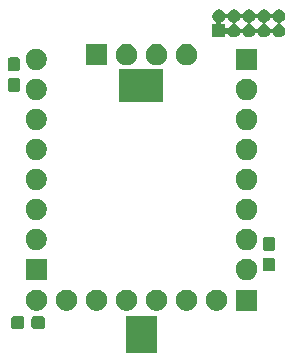
<source format=gbs>
G04 #@! TF.GenerationSoftware,KiCad,Pcbnew,(5.1.5-0-10_14)*
G04 #@! TF.CreationDate,2020-04-26T19:30:02+09:00*
G04 #@! TF.ProjectId,TriCon,54726943-6f6e-42e6-9b69-6361645f7063,1.0*
G04 #@! TF.SameCoordinates,Original*
G04 #@! TF.FileFunction,Soldermask,Bot*
G04 #@! TF.FilePolarity,Negative*
%FSLAX46Y46*%
G04 Gerber Fmt 4.6, Leading zero omitted, Abs format (unit mm)*
G04 Created by KiCad (PCBNEW (5.1.5-0-10_14)) date 2020-04-26 19:30:02*
%MOMM*%
%LPD*%
G04 APERTURE LIST*
%ADD10C,0.100000*%
G04 APERTURE END LIST*
D10*
G36*
X151201000Y-113351000D02*
G01*
X148599000Y-113351000D01*
X148599000Y-110249000D01*
X151201000Y-110249000D01*
X151201000Y-113351000D01*
G37*
G36*
X139839499Y-110278445D02*
G01*
X139876995Y-110289820D01*
X139911554Y-110308292D01*
X139941847Y-110333153D01*
X139966708Y-110363446D01*
X139985180Y-110398005D01*
X139996555Y-110435501D01*
X140001000Y-110480638D01*
X140001000Y-111119362D01*
X139996555Y-111164499D01*
X139985180Y-111201995D01*
X139966708Y-111236554D01*
X139941847Y-111266847D01*
X139911554Y-111291708D01*
X139876995Y-111310180D01*
X139839499Y-111321555D01*
X139794362Y-111326000D01*
X139055638Y-111326000D01*
X139010501Y-111321555D01*
X138973005Y-111310180D01*
X138938446Y-111291708D01*
X138908153Y-111266847D01*
X138883292Y-111236554D01*
X138864820Y-111201995D01*
X138853445Y-111164499D01*
X138849000Y-111119362D01*
X138849000Y-110480638D01*
X138853445Y-110435501D01*
X138864820Y-110398005D01*
X138883292Y-110363446D01*
X138908153Y-110333153D01*
X138938446Y-110308292D01*
X138973005Y-110289820D01*
X139010501Y-110278445D01*
X139055638Y-110274000D01*
X139794362Y-110274000D01*
X139839499Y-110278445D01*
G37*
G36*
X141589499Y-110278445D02*
G01*
X141626995Y-110289820D01*
X141661554Y-110308292D01*
X141691847Y-110333153D01*
X141716708Y-110363446D01*
X141735180Y-110398005D01*
X141746555Y-110435501D01*
X141751000Y-110480638D01*
X141751000Y-111119362D01*
X141746555Y-111164499D01*
X141735180Y-111201995D01*
X141716708Y-111236554D01*
X141691847Y-111266847D01*
X141661554Y-111291708D01*
X141626995Y-111310180D01*
X141589499Y-111321555D01*
X141544362Y-111326000D01*
X140805638Y-111326000D01*
X140760501Y-111321555D01*
X140723005Y-111310180D01*
X140688446Y-111291708D01*
X140658153Y-111266847D01*
X140633292Y-111236554D01*
X140614820Y-111201995D01*
X140603445Y-111164499D01*
X140599000Y-111119362D01*
X140599000Y-110480638D01*
X140603445Y-110435501D01*
X140614820Y-110398005D01*
X140633292Y-110363446D01*
X140658153Y-110333153D01*
X140688446Y-110308292D01*
X140723005Y-110289820D01*
X140760501Y-110278445D01*
X140805638Y-110274000D01*
X141544362Y-110274000D01*
X141589499Y-110278445D01*
G37*
G36*
X151293512Y-108003927D02*
G01*
X151442812Y-108033624D01*
X151606784Y-108101544D01*
X151754354Y-108200147D01*
X151879853Y-108325646D01*
X151978456Y-108473216D01*
X152046376Y-108637188D01*
X152081000Y-108811259D01*
X152081000Y-108988741D01*
X152046376Y-109162812D01*
X151978456Y-109326784D01*
X151879853Y-109474354D01*
X151754354Y-109599853D01*
X151606784Y-109698456D01*
X151442812Y-109766376D01*
X151293512Y-109796073D01*
X151268742Y-109801000D01*
X151091258Y-109801000D01*
X151066488Y-109796073D01*
X150917188Y-109766376D01*
X150753216Y-109698456D01*
X150605646Y-109599853D01*
X150480147Y-109474354D01*
X150381544Y-109326784D01*
X150313624Y-109162812D01*
X150279000Y-108988741D01*
X150279000Y-108811259D01*
X150313624Y-108637188D01*
X150381544Y-108473216D01*
X150480147Y-108325646D01*
X150605646Y-108200147D01*
X150753216Y-108101544D01*
X150917188Y-108033624D01*
X151066488Y-108003927D01*
X151091258Y-107999000D01*
X151268742Y-107999000D01*
X151293512Y-108003927D01*
G37*
G36*
X148753512Y-108003927D02*
G01*
X148902812Y-108033624D01*
X149066784Y-108101544D01*
X149214354Y-108200147D01*
X149339853Y-108325646D01*
X149438456Y-108473216D01*
X149506376Y-108637188D01*
X149541000Y-108811259D01*
X149541000Y-108988741D01*
X149506376Y-109162812D01*
X149438456Y-109326784D01*
X149339853Y-109474354D01*
X149214354Y-109599853D01*
X149066784Y-109698456D01*
X148902812Y-109766376D01*
X148753512Y-109796073D01*
X148728742Y-109801000D01*
X148551258Y-109801000D01*
X148526488Y-109796073D01*
X148377188Y-109766376D01*
X148213216Y-109698456D01*
X148065646Y-109599853D01*
X147940147Y-109474354D01*
X147841544Y-109326784D01*
X147773624Y-109162812D01*
X147739000Y-108988741D01*
X147739000Y-108811259D01*
X147773624Y-108637188D01*
X147841544Y-108473216D01*
X147940147Y-108325646D01*
X148065646Y-108200147D01*
X148213216Y-108101544D01*
X148377188Y-108033624D01*
X148526488Y-108003927D01*
X148551258Y-107999000D01*
X148728742Y-107999000D01*
X148753512Y-108003927D01*
G37*
G36*
X146213512Y-108003927D02*
G01*
X146362812Y-108033624D01*
X146526784Y-108101544D01*
X146674354Y-108200147D01*
X146799853Y-108325646D01*
X146898456Y-108473216D01*
X146966376Y-108637188D01*
X147001000Y-108811259D01*
X147001000Y-108988741D01*
X146966376Y-109162812D01*
X146898456Y-109326784D01*
X146799853Y-109474354D01*
X146674354Y-109599853D01*
X146526784Y-109698456D01*
X146362812Y-109766376D01*
X146213512Y-109796073D01*
X146188742Y-109801000D01*
X146011258Y-109801000D01*
X145986488Y-109796073D01*
X145837188Y-109766376D01*
X145673216Y-109698456D01*
X145525646Y-109599853D01*
X145400147Y-109474354D01*
X145301544Y-109326784D01*
X145233624Y-109162812D01*
X145199000Y-108988741D01*
X145199000Y-108811259D01*
X145233624Y-108637188D01*
X145301544Y-108473216D01*
X145400147Y-108325646D01*
X145525646Y-108200147D01*
X145673216Y-108101544D01*
X145837188Y-108033624D01*
X145986488Y-108003927D01*
X146011258Y-107999000D01*
X146188742Y-107999000D01*
X146213512Y-108003927D01*
G37*
G36*
X143673512Y-108003927D02*
G01*
X143822812Y-108033624D01*
X143986784Y-108101544D01*
X144134354Y-108200147D01*
X144259853Y-108325646D01*
X144358456Y-108473216D01*
X144426376Y-108637188D01*
X144461000Y-108811259D01*
X144461000Y-108988741D01*
X144426376Y-109162812D01*
X144358456Y-109326784D01*
X144259853Y-109474354D01*
X144134354Y-109599853D01*
X143986784Y-109698456D01*
X143822812Y-109766376D01*
X143673512Y-109796073D01*
X143648742Y-109801000D01*
X143471258Y-109801000D01*
X143446488Y-109796073D01*
X143297188Y-109766376D01*
X143133216Y-109698456D01*
X142985646Y-109599853D01*
X142860147Y-109474354D01*
X142761544Y-109326784D01*
X142693624Y-109162812D01*
X142659000Y-108988741D01*
X142659000Y-108811259D01*
X142693624Y-108637188D01*
X142761544Y-108473216D01*
X142860147Y-108325646D01*
X142985646Y-108200147D01*
X143133216Y-108101544D01*
X143297188Y-108033624D01*
X143446488Y-108003927D01*
X143471258Y-107999000D01*
X143648742Y-107999000D01*
X143673512Y-108003927D01*
G37*
G36*
X141133512Y-108003927D02*
G01*
X141282812Y-108033624D01*
X141446784Y-108101544D01*
X141594354Y-108200147D01*
X141719853Y-108325646D01*
X141818456Y-108473216D01*
X141886376Y-108637188D01*
X141921000Y-108811259D01*
X141921000Y-108988741D01*
X141886376Y-109162812D01*
X141818456Y-109326784D01*
X141719853Y-109474354D01*
X141594354Y-109599853D01*
X141446784Y-109698456D01*
X141282812Y-109766376D01*
X141133512Y-109796073D01*
X141108742Y-109801000D01*
X140931258Y-109801000D01*
X140906488Y-109796073D01*
X140757188Y-109766376D01*
X140593216Y-109698456D01*
X140445646Y-109599853D01*
X140320147Y-109474354D01*
X140221544Y-109326784D01*
X140153624Y-109162812D01*
X140119000Y-108988741D01*
X140119000Y-108811259D01*
X140153624Y-108637188D01*
X140221544Y-108473216D01*
X140320147Y-108325646D01*
X140445646Y-108200147D01*
X140593216Y-108101544D01*
X140757188Y-108033624D01*
X140906488Y-108003927D01*
X140931258Y-107999000D01*
X141108742Y-107999000D01*
X141133512Y-108003927D01*
G37*
G36*
X156373512Y-108003927D02*
G01*
X156522812Y-108033624D01*
X156686784Y-108101544D01*
X156834354Y-108200147D01*
X156959853Y-108325646D01*
X157058456Y-108473216D01*
X157126376Y-108637188D01*
X157161000Y-108811259D01*
X157161000Y-108988741D01*
X157126376Y-109162812D01*
X157058456Y-109326784D01*
X156959853Y-109474354D01*
X156834354Y-109599853D01*
X156686784Y-109698456D01*
X156522812Y-109766376D01*
X156373512Y-109796073D01*
X156348742Y-109801000D01*
X156171258Y-109801000D01*
X156146488Y-109796073D01*
X155997188Y-109766376D01*
X155833216Y-109698456D01*
X155685646Y-109599853D01*
X155560147Y-109474354D01*
X155461544Y-109326784D01*
X155393624Y-109162812D01*
X155359000Y-108988741D01*
X155359000Y-108811259D01*
X155393624Y-108637188D01*
X155461544Y-108473216D01*
X155560147Y-108325646D01*
X155685646Y-108200147D01*
X155833216Y-108101544D01*
X155997188Y-108033624D01*
X156146488Y-108003927D01*
X156171258Y-107999000D01*
X156348742Y-107999000D01*
X156373512Y-108003927D01*
G37*
G36*
X153833512Y-108003927D02*
G01*
X153982812Y-108033624D01*
X154146784Y-108101544D01*
X154294354Y-108200147D01*
X154419853Y-108325646D01*
X154518456Y-108473216D01*
X154586376Y-108637188D01*
X154621000Y-108811259D01*
X154621000Y-108988741D01*
X154586376Y-109162812D01*
X154518456Y-109326784D01*
X154419853Y-109474354D01*
X154294354Y-109599853D01*
X154146784Y-109698456D01*
X153982812Y-109766376D01*
X153833512Y-109796073D01*
X153808742Y-109801000D01*
X153631258Y-109801000D01*
X153606488Y-109796073D01*
X153457188Y-109766376D01*
X153293216Y-109698456D01*
X153145646Y-109599853D01*
X153020147Y-109474354D01*
X152921544Y-109326784D01*
X152853624Y-109162812D01*
X152819000Y-108988741D01*
X152819000Y-108811259D01*
X152853624Y-108637188D01*
X152921544Y-108473216D01*
X153020147Y-108325646D01*
X153145646Y-108200147D01*
X153293216Y-108101544D01*
X153457188Y-108033624D01*
X153606488Y-108003927D01*
X153631258Y-107999000D01*
X153808742Y-107999000D01*
X153833512Y-108003927D01*
G37*
G36*
X159701000Y-109801000D02*
G01*
X157899000Y-109801000D01*
X157899000Y-107999000D01*
X159701000Y-107999000D01*
X159701000Y-109801000D01*
G37*
G36*
X158913512Y-105383927D02*
G01*
X159062812Y-105413624D01*
X159226784Y-105481544D01*
X159374354Y-105580147D01*
X159499853Y-105705646D01*
X159598456Y-105853216D01*
X159666376Y-106017188D01*
X159701000Y-106191259D01*
X159701000Y-106368741D01*
X159666376Y-106542812D01*
X159598456Y-106706784D01*
X159499853Y-106854354D01*
X159374354Y-106979853D01*
X159226784Y-107078456D01*
X159062812Y-107146376D01*
X158913512Y-107176073D01*
X158888742Y-107181000D01*
X158711258Y-107181000D01*
X158686488Y-107176073D01*
X158537188Y-107146376D01*
X158373216Y-107078456D01*
X158225646Y-106979853D01*
X158100147Y-106854354D01*
X158001544Y-106706784D01*
X157933624Y-106542812D01*
X157899000Y-106368741D01*
X157899000Y-106191259D01*
X157933624Y-106017188D01*
X158001544Y-105853216D01*
X158100147Y-105705646D01*
X158225646Y-105580147D01*
X158373216Y-105481544D01*
X158537188Y-105413624D01*
X158686488Y-105383927D01*
X158711258Y-105379000D01*
X158888742Y-105379000D01*
X158913512Y-105383927D01*
G37*
G36*
X141901000Y-107181000D02*
G01*
X140099000Y-107181000D01*
X140099000Y-105379000D01*
X141901000Y-105379000D01*
X141901000Y-107181000D01*
G37*
G36*
X161064499Y-105303445D02*
G01*
X161101995Y-105314820D01*
X161136554Y-105333292D01*
X161166847Y-105358153D01*
X161191708Y-105388446D01*
X161210180Y-105423005D01*
X161221555Y-105460501D01*
X161226000Y-105505638D01*
X161226000Y-106244362D01*
X161221555Y-106289499D01*
X161210180Y-106326995D01*
X161191708Y-106361554D01*
X161166847Y-106391847D01*
X161136554Y-106416708D01*
X161101995Y-106435180D01*
X161064499Y-106446555D01*
X161019362Y-106451000D01*
X160380638Y-106451000D01*
X160335501Y-106446555D01*
X160298005Y-106435180D01*
X160263446Y-106416708D01*
X160233153Y-106391847D01*
X160208292Y-106361554D01*
X160189820Y-106326995D01*
X160178445Y-106289499D01*
X160174000Y-106244362D01*
X160174000Y-105505638D01*
X160178445Y-105460501D01*
X160189820Y-105423005D01*
X160208292Y-105388446D01*
X160233153Y-105358153D01*
X160263446Y-105333292D01*
X160298005Y-105314820D01*
X160335501Y-105303445D01*
X160380638Y-105299000D01*
X161019362Y-105299000D01*
X161064499Y-105303445D01*
G37*
G36*
X161064499Y-103553445D02*
G01*
X161101995Y-103564820D01*
X161136554Y-103583292D01*
X161166847Y-103608153D01*
X161191708Y-103638446D01*
X161210180Y-103673005D01*
X161221555Y-103710501D01*
X161226000Y-103755638D01*
X161226000Y-104494362D01*
X161221555Y-104539499D01*
X161210180Y-104576995D01*
X161191708Y-104611554D01*
X161166847Y-104641847D01*
X161136554Y-104666708D01*
X161101995Y-104685180D01*
X161064499Y-104696555D01*
X161019362Y-104701000D01*
X160380638Y-104701000D01*
X160335501Y-104696555D01*
X160298005Y-104685180D01*
X160263446Y-104666708D01*
X160233153Y-104641847D01*
X160208292Y-104611554D01*
X160189820Y-104576995D01*
X160178445Y-104539499D01*
X160174000Y-104494362D01*
X160174000Y-103755638D01*
X160178445Y-103710501D01*
X160189820Y-103673005D01*
X160208292Y-103638446D01*
X160233153Y-103608153D01*
X160263446Y-103583292D01*
X160298005Y-103564820D01*
X160335501Y-103553445D01*
X160380638Y-103549000D01*
X161019362Y-103549000D01*
X161064499Y-103553445D01*
G37*
G36*
X158913512Y-102843927D02*
G01*
X159062812Y-102873624D01*
X159226784Y-102941544D01*
X159374354Y-103040147D01*
X159499853Y-103165646D01*
X159598456Y-103313216D01*
X159666376Y-103477188D01*
X159701000Y-103651259D01*
X159701000Y-103828741D01*
X159666376Y-104002812D01*
X159598456Y-104166784D01*
X159499853Y-104314354D01*
X159374354Y-104439853D01*
X159226784Y-104538456D01*
X159062812Y-104606376D01*
X158913512Y-104636073D01*
X158888742Y-104641000D01*
X158711258Y-104641000D01*
X158686488Y-104636073D01*
X158537188Y-104606376D01*
X158373216Y-104538456D01*
X158225646Y-104439853D01*
X158100147Y-104314354D01*
X158001544Y-104166784D01*
X157933624Y-104002812D01*
X157899000Y-103828741D01*
X157899000Y-103651259D01*
X157933624Y-103477188D01*
X158001544Y-103313216D01*
X158100147Y-103165646D01*
X158225646Y-103040147D01*
X158373216Y-102941544D01*
X158537188Y-102873624D01*
X158686488Y-102843927D01*
X158711258Y-102839000D01*
X158888742Y-102839000D01*
X158913512Y-102843927D01*
G37*
G36*
X141113512Y-102843927D02*
G01*
X141262812Y-102873624D01*
X141426784Y-102941544D01*
X141574354Y-103040147D01*
X141699853Y-103165646D01*
X141798456Y-103313216D01*
X141866376Y-103477188D01*
X141901000Y-103651259D01*
X141901000Y-103828741D01*
X141866376Y-104002812D01*
X141798456Y-104166784D01*
X141699853Y-104314354D01*
X141574354Y-104439853D01*
X141426784Y-104538456D01*
X141262812Y-104606376D01*
X141113512Y-104636073D01*
X141088742Y-104641000D01*
X140911258Y-104641000D01*
X140886488Y-104636073D01*
X140737188Y-104606376D01*
X140573216Y-104538456D01*
X140425646Y-104439853D01*
X140300147Y-104314354D01*
X140201544Y-104166784D01*
X140133624Y-104002812D01*
X140099000Y-103828741D01*
X140099000Y-103651259D01*
X140133624Y-103477188D01*
X140201544Y-103313216D01*
X140300147Y-103165646D01*
X140425646Y-103040147D01*
X140573216Y-102941544D01*
X140737188Y-102873624D01*
X140886488Y-102843927D01*
X140911258Y-102839000D01*
X141088742Y-102839000D01*
X141113512Y-102843927D01*
G37*
G36*
X141113512Y-100303927D02*
G01*
X141262812Y-100333624D01*
X141426784Y-100401544D01*
X141574354Y-100500147D01*
X141699853Y-100625646D01*
X141798456Y-100773216D01*
X141866376Y-100937188D01*
X141901000Y-101111259D01*
X141901000Y-101288741D01*
X141866376Y-101462812D01*
X141798456Y-101626784D01*
X141699853Y-101774354D01*
X141574354Y-101899853D01*
X141426784Y-101998456D01*
X141262812Y-102066376D01*
X141113512Y-102096073D01*
X141088742Y-102101000D01*
X140911258Y-102101000D01*
X140886488Y-102096073D01*
X140737188Y-102066376D01*
X140573216Y-101998456D01*
X140425646Y-101899853D01*
X140300147Y-101774354D01*
X140201544Y-101626784D01*
X140133624Y-101462812D01*
X140099000Y-101288741D01*
X140099000Y-101111259D01*
X140133624Y-100937188D01*
X140201544Y-100773216D01*
X140300147Y-100625646D01*
X140425646Y-100500147D01*
X140573216Y-100401544D01*
X140737188Y-100333624D01*
X140886488Y-100303927D01*
X140911258Y-100299000D01*
X141088742Y-100299000D01*
X141113512Y-100303927D01*
G37*
G36*
X158913512Y-100303927D02*
G01*
X159062812Y-100333624D01*
X159226784Y-100401544D01*
X159374354Y-100500147D01*
X159499853Y-100625646D01*
X159598456Y-100773216D01*
X159666376Y-100937188D01*
X159701000Y-101111259D01*
X159701000Y-101288741D01*
X159666376Y-101462812D01*
X159598456Y-101626784D01*
X159499853Y-101774354D01*
X159374354Y-101899853D01*
X159226784Y-101998456D01*
X159062812Y-102066376D01*
X158913512Y-102096073D01*
X158888742Y-102101000D01*
X158711258Y-102101000D01*
X158686488Y-102096073D01*
X158537188Y-102066376D01*
X158373216Y-101998456D01*
X158225646Y-101899853D01*
X158100147Y-101774354D01*
X158001544Y-101626784D01*
X157933624Y-101462812D01*
X157899000Y-101288741D01*
X157899000Y-101111259D01*
X157933624Y-100937188D01*
X158001544Y-100773216D01*
X158100147Y-100625646D01*
X158225646Y-100500147D01*
X158373216Y-100401544D01*
X158537188Y-100333624D01*
X158686488Y-100303927D01*
X158711258Y-100299000D01*
X158888742Y-100299000D01*
X158913512Y-100303927D01*
G37*
G36*
X141113512Y-97763927D02*
G01*
X141262812Y-97793624D01*
X141426784Y-97861544D01*
X141574354Y-97960147D01*
X141699853Y-98085646D01*
X141798456Y-98233216D01*
X141866376Y-98397188D01*
X141901000Y-98571259D01*
X141901000Y-98748741D01*
X141866376Y-98922812D01*
X141798456Y-99086784D01*
X141699853Y-99234354D01*
X141574354Y-99359853D01*
X141426784Y-99458456D01*
X141262812Y-99526376D01*
X141113512Y-99556073D01*
X141088742Y-99561000D01*
X140911258Y-99561000D01*
X140886488Y-99556073D01*
X140737188Y-99526376D01*
X140573216Y-99458456D01*
X140425646Y-99359853D01*
X140300147Y-99234354D01*
X140201544Y-99086784D01*
X140133624Y-98922812D01*
X140099000Y-98748741D01*
X140099000Y-98571259D01*
X140133624Y-98397188D01*
X140201544Y-98233216D01*
X140300147Y-98085646D01*
X140425646Y-97960147D01*
X140573216Y-97861544D01*
X140737188Y-97793624D01*
X140886488Y-97763927D01*
X140911258Y-97759000D01*
X141088742Y-97759000D01*
X141113512Y-97763927D01*
G37*
G36*
X158913512Y-97763927D02*
G01*
X159062812Y-97793624D01*
X159226784Y-97861544D01*
X159374354Y-97960147D01*
X159499853Y-98085646D01*
X159598456Y-98233216D01*
X159666376Y-98397188D01*
X159701000Y-98571259D01*
X159701000Y-98748741D01*
X159666376Y-98922812D01*
X159598456Y-99086784D01*
X159499853Y-99234354D01*
X159374354Y-99359853D01*
X159226784Y-99458456D01*
X159062812Y-99526376D01*
X158913512Y-99556073D01*
X158888742Y-99561000D01*
X158711258Y-99561000D01*
X158686488Y-99556073D01*
X158537188Y-99526376D01*
X158373216Y-99458456D01*
X158225646Y-99359853D01*
X158100147Y-99234354D01*
X158001544Y-99086784D01*
X157933624Y-98922812D01*
X157899000Y-98748741D01*
X157899000Y-98571259D01*
X157933624Y-98397188D01*
X158001544Y-98233216D01*
X158100147Y-98085646D01*
X158225646Y-97960147D01*
X158373216Y-97861544D01*
X158537188Y-97793624D01*
X158686488Y-97763927D01*
X158711258Y-97759000D01*
X158888742Y-97759000D01*
X158913512Y-97763927D01*
G37*
G36*
X158913512Y-95223927D02*
G01*
X159062812Y-95253624D01*
X159226784Y-95321544D01*
X159374354Y-95420147D01*
X159499853Y-95545646D01*
X159598456Y-95693216D01*
X159666376Y-95857188D01*
X159701000Y-96031259D01*
X159701000Y-96208741D01*
X159666376Y-96382812D01*
X159598456Y-96546784D01*
X159499853Y-96694354D01*
X159374354Y-96819853D01*
X159226784Y-96918456D01*
X159062812Y-96986376D01*
X158913512Y-97016073D01*
X158888742Y-97021000D01*
X158711258Y-97021000D01*
X158686488Y-97016073D01*
X158537188Y-96986376D01*
X158373216Y-96918456D01*
X158225646Y-96819853D01*
X158100147Y-96694354D01*
X158001544Y-96546784D01*
X157933624Y-96382812D01*
X157899000Y-96208741D01*
X157899000Y-96031259D01*
X157933624Y-95857188D01*
X158001544Y-95693216D01*
X158100147Y-95545646D01*
X158225646Y-95420147D01*
X158373216Y-95321544D01*
X158537188Y-95253624D01*
X158686488Y-95223927D01*
X158711258Y-95219000D01*
X158888742Y-95219000D01*
X158913512Y-95223927D01*
G37*
G36*
X141113512Y-95223927D02*
G01*
X141262812Y-95253624D01*
X141426784Y-95321544D01*
X141574354Y-95420147D01*
X141699853Y-95545646D01*
X141798456Y-95693216D01*
X141866376Y-95857188D01*
X141901000Y-96031259D01*
X141901000Y-96208741D01*
X141866376Y-96382812D01*
X141798456Y-96546784D01*
X141699853Y-96694354D01*
X141574354Y-96819853D01*
X141426784Y-96918456D01*
X141262812Y-96986376D01*
X141113512Y-97016073D01*
X141088742Y-97021000D01*
X140911258Y-97021000D01*
X140886488Y-97016073D01*
X140737188Y-96986376D01*
X140573216Y-96918456D01*
X140425646Y-96819853D01*
X140300147Y-96694354D01*
X140201544Y-96546784D01*
X140133624Y-96382812D01*
X140099000Y-96208741D01*
X140099000Y-96031259D01*
X140133624Y-95857188D01*
X140201544Y-95693216D01*
X140300147Y-95545646D01*
X140425646Y-95420147D01*
X140573216Y-95321544D01*
X140737188Y-95253624D01*
X140886488Y-95223927D01*
X140911258Y-95219000D01*
X141088742Y-95219000D01*
X141113512Y-95223927D01*
G37*
G36*
X158913512Y-92683927D02*
G01*
X159062812Y-92713624D01*
X159226784Y-92781544D01*
X159374354Y-92880147D01*
X159499853Y-93005646D01*
X159598456Y-93153216D01*
X159666376Y-93317188D01*
X159701000Y-93491259D01*
X159701000Y-93668741D01*
X159666376Y-93842812D01*
X159598456Y-94006784D01*
X159499853Y-94154354D01*
X159374354Y-94279853D01*
X159226784Y-94378456D01*
X159062812Y-94446376D01*
X158913512Y-94476073D01*
X158888742Y-94481000D01*
X158711258Y-94481000D01*
X158686488Y-94476073D01*
X158537188Y-94446376D01*
X158373216Y-94378456D01*
X158225646Y-94279853D01*
X158100147Y-94154354D01*
X158001544Y-94006784D01*
X157933624Y-93842812D01*
X157899000Y-93668741D01*
X157899000Y-93491259D01*
X157933624Y-93317188D01*
X158001544Y-93153216D01*
X158100147Y-93005646D01*
X158225646Y-92880147D01*
X158373216Y-92781544D01*
X158537188Y-92713624D01*
X158686488Y-92683927D01*
X158711258Y-92679000D01*
X158888742Y-92679000D01*
X158913512Y-92683927D01*
G37*
G36*
X141113512Y-92683927D02*
G01*
X141262812Y-92713624D01*
X141426784Y-92781544D01*
X141574354Y-92880147D01*
X141699853Y-93005646D01*
X141798456Y-93153216D01*
X141866376Y-93317188D01*
X141901000Y-93491259D01*
X141901000Y-93668741D01*
X141866376Y-93842812D01*
X141798456Y-94006784D01*
X141699853Y-94154354D01*
X141574354Y-94279853D01*
X141426784Y-94378456D01*
X141262812Y-94446376D01*
X141113512Y-94476073D01*
X141088742Y-94481000D01*
X140911258Y-94481000D01*
X140886488Y-94476073D01*
X140737188Y-94446376D01*
X140573216Y-94378456D01*
X140425646Y-94279853D01*
X140300147Y-94154354D01*
X140201544Y-94006784D01*
X140133624Y-93842812D01*
X140099000Y-93668741D01*
X140099000Y-93491259D01*
X140133624Y-93317188D01*
X140201544Y-93153216D01*
X140300147Y-93005646D01*
X140425646Y-92880147D01*
X140573216Y-92781544D01*
X140737188Y-92713624D01*
X140886488Y-92683927D01*
X140911258Y-92679000D01*
X141088742Y-92679000D01*
X141113512Y-92683927D01*
G37*
G36*
X151751000Y-92101000D02*
G01*
X148049000Y-92101000D01*
X148049000Y-89299000D01*
X151751000Y-89299000D01*
X151751000Y-92101000D01*
G37*
G36*
X141110475Y-90143323D02*
G01*
X141262812Y-90173624D01*
X141426784Y-90241544D01*
X141574354Y-90340147D01*
X141699853Y-90465646D01*
X141798456Y-90613216D01*
X141866376Y-90777188D01*
X141901000Y-90951259D01*
X141901000Y-91128741D01*
X141866376Y-91302812D01*
X141798456Y-91466784D01*
X141699853Y-91614354D01*
X141574354Y-91739853D01*
X141426784Y-91838456D01*
X141262812Y-91906376D01*
X141113512Y-91936073D01*
X141088742Y-91941000D01*
X140911258Y-91941000D01*
X140886488Y-91936073D01*
X140737188Y-91906376D01*
X140573216Y-91838456D01*
X140425646Y-91739853D01*
X140300147Y-91614354D01*
X140201544Y-91466784D01*
X140133624Y-91302812D01*
X140099000Y-91128741D01*
X140099000Y-90951259D01*
X140133624Y-90777188D01*
X140201544Y-90613216D01*
X140300147Y-90465646D01*
X140425646Y-90340147D01*
X140573216Y-90241544D01*
X140737188Y-90173624D01*
X140889525Y-90143323D01*
X140911258Y-90139000D01*
X141088742Y-90139000D01*
X141110475Y-90143323D01*
G37*
G36*
X158910475Y-90143323D02*
G01*
X159062812Y-90173624D01*
X159226784Y-90241544D01*
X159374354Y-90340147D01*
X159499853Y-90465646D01*
X159598456Y-90613216D01*
X159666376Y-90777188D01*
X159701000Y-90951259D01*
X159701000Y-91128741D01*
X159666376Y-91302812D01*
X159598456Y-91466784D01*
X159499853Y-91614354D01*
X159374354Y-91739853D01*
X159226784Y-91838456D01*
X159062812Y-91906376D01*
X158913512Y-91936073D01*
X158888742Y-91941000D01*
X158711258Y-91941000D01*
X158686488Y-91936073D01*
X158537188Y-91906376D01*
X158373216Y-91838456D01*
X158225646Y-91739853D01*
X158100147Y-91614354D01*
X158001544Y-91466784D01*
X157933624Y-91302812D01*
X157899000Y-91128741D01*
X157899000Y-90951259D01*
X157933624Y-90777188D01*
X158001544Y-90613216D01*
X158100147Y-90465646D01*
X158225646Y-90340147D01*
X158373216Y-90241544D01*
X158537188Y-90173624D01*
X158689525Y-90143323D01*
X158711258Y-90139000D01*
X158888742Y-90139000D01*
X158910475Y-90143323D01*
G37*
G36*
X139464499Y-90103445D02*
G01*
X139501995Y-90114820D01*
X139536554Y-90133292D01*
X139566847Y-90158153D01*
X139591708Y-90188446D01*
X139610180Y-90223005D01*
X139621555Y-90260501D01*
X139626000Y-90305638D01*
X139626000Y-91044362D01*
X139621555Y-91089499D01*
X139610180Y-91126995D01*
X139591708Y-91161554D01*
X139566847Y-91191847D01*
X139536554Y-91216708D01*
X139501995Y-91235180D01*
X139464499Y-91246555D01*
X139419362Y-91251000D01*
X138780638Y-91251000D01*
X138735501Y-91246555D01*
X138698005Y-91235180D01*
X138663446Y-91216708D01*
X138633153Y-91191847D01*
X138608292Y-91161554D01*
X138589820Y-91126995D01*
X138578445Y-91089499D01*
X138574000Y-91044362D01*
X138574000Y-90305638D01*
X138578445Y-90260501D01*
X138589820Y-90223005D01*
X138608292Y-90188446D01*
X138633153Y-90158153D01*
X138663446Y-90133292D01*
X138698005Y-90114820D01*
X138735501Y-90103445D01*
X138780638Y-90099000D01*
X139419362Y-90099000D01*
X139464499Y-90103445D01*
G37*
G36*
X139464499Y-88353445D02*
G01*
X139501995Y-88364820D01*
X139536554Y-88383292D01*
X139566847Y-88408153D01*
X139591708Y-88438446D01*
X139610180Y-88473005D01*
X139621555Y-88510501D01*
X139626000Y-88555638D01*
X139626000Y-89294362D01*
X139621555Y-89339499D01*
X139610180Y-89376995D01*
X139591708Y-89411554D01*
X139566847Y-89441847D01*
X139536554Y-89466708D01*
X139501995Y-89485180D01*
X139464499Y-89496555D01*
X139419362Y-89501000D01*
X138780638Y-89501000D01*
X138735501Y-89496555D01*
X138698005Y-89485180D01*
X138663446Y-89466708D01*
X138633153Y-89441847D01*
X138608292Y-89411554D01*
X138589820Y-89376995D01*
X138578445Y-89339499D01*
X138574000Y-89294362D01*
X138574000Y-88555638D01*
X138578445Y-88510501D01*
X138589820Y-88473005D01*
X138608292Y-88438446D01*
X138633153Y-88408153D01*
X138663446Y-88383292D01*
X138698005Y-88364820D01*
X138735501Y-88353445D01*
X138780638Y-88349000D01*
X139419362Y-88349000D01*
X139464499Y-88353445D01*
G37*
G36*
X159701000Y-89401000D02*
G01*
X157899000Y-89401000D01*
X157899000Y-87599000D01*
X159701000Y-87599000D01*
X159701000Y-89401000D01*
G37*
G36*
X141113512Y-87603927D02*
G01*
X141262812Y-87633624D01*
X141426784Y-87701544D01*
X141574354Y-87800147D01*
X141699853Y-87925646D01*
X141798456Y-88073216D01*
X141866376Y-88237188D01*
X141901000Y-88411259D01*
X141901000Y-88588741D01*
X141866376Y-88762812D01*
X141798456Y-88926784D01*
X141699853Y-89074354D01*
X141574354Y-89199853D01*
X141426784Y-89298456D01*
X141262812Y-89366376D01*
X141113512Y-89396073D01*
X141088742Y-89401000D01*
X140911258Y-89401000D01*
X140886488Y-89396073D01*
X140737188Y-89366376D01*
X140573216Y-89298456D01*
X140425646Y-89199853D01*
X140300147Y-89074354D01*
X140201544Y-88926784D01*
X140133624Y-88762812D01*
X140099000Y-88588741D01*
X140099000Y-88411259D01*
X140133624Y-88237188D01*
X140201544Y-88073216D01*
X140300147Y-87925646D01*
X140425646Y-87800147D01*
X140573216Y-87701544D01*
X140737188Y-87633624D01*
X140886488Y-87603927D01*
X140911258Y-87599000D01*
X141088742Y-87599000D01*
X141113512Y-87603927D01*
G37*
G36*
X153833512Y-87203927D02*
G01*
X153982812Y-87233624D01*
X154146784Y-87301544D01*
X154294354Y-87400147D01*
X154419853Y-87525646D01*
X154518456Y-87673216D01*
X154586376Y-87837188D01*
X154621000Y-88011259D01*
X154621000Y-88188741D01*
X154586376Y-88362812D01*
X154518456Y-88526784D01*
X154419853Y-88674354D01*
X154294354Y-88799853D01*
X154146784Y-88898456D01*
X153982812Y-88966376D01*
X153833512Y-88996073D01*
X153808742Y-89001000D01*
X153631258Y-89001000D01*
X153606488Y-88996073D01*
X153457188Y-88966376D01*
X153293216Y-88898456D01*
X153145646Y-88799853D01*
X153020147Y-88674354D01*
X152921544Y-88526784D01*
X152853624Y-88362812D01*
X152819000Y-88188741D01*
X152819000Y-88011259D01*
X152853624Y-87837188D01*
X152921544Y-87673216D01*
X153020147Y-87525646D01*
X153145646Y-87400147D01*
X153293216Y-87301544D01*
X153457188Y-87233624D01*
X153606488Y-87203927D01*
X153631258Y-87199000D01*
X153808742Y-87199000D01*
X153833512Y-87203927D01*
G37*
G36*
X151293512Y-87203927D02*
G01*
X151442812Y-87233624D01*
X151606784Y-87301544D01*
X151754354Y-87400147D01*
X151879853Y-87525646D01*
X151978456Y-87673216D01*
X152046376Y-87837188D01*
X152081000Y-88011259D01*
X152081000Y-88188741D01*
X152046376Y-88362812D01*
X151978456Y-88526784D01*
X151879853Y-88674354D01*
X151754354Y-88799853D01*
X151606784Y-88898456D01*
X151442812Y-88966376D01*
X151293512Y-88996073D01*
X151268742Y-89001000D01*
X151091258Y-89001000D01*
X151066488Y-88996073D01*
X150917188Y-88966376D01*
X150753216Y-88898456D01*
X150605646Y-88799853D01*
X150480147Y-88674354D01*
X150381544Y-88526784D01*
X150313624Y-88362812D01*
X150279000Y-88188741D01*
X150279000Y-88011259D01*
X150313624Y-87837188D01*
X150381544Y-87673216D01*
X150480147Y-87525646D01*
X150605646Y-87400147D01*
X150753216Y-87301544D01*
X150917188Y-87233624D01*
X151066488Y-87203927D01*
X151091258Y-87199000D01*
X151268742Y-87199000D01*
X151293512Y-87203927D01*
G37*
G36*
X148753512Y-87203927D02*
G01*
X148902812Y-87233624D01*
X149066784Y-87301544D01*
X149214354Y-87400147D01*
X149339853Y-87525646D01*
X149438456Y-87673216D01*
X149506376Y-87837188D01*
X149541000Y-88011259D01*
X149541000Y-88188741D01*
X149506376Y-88362812D01*
X149438456Y-88526784D01*
X149339853Y-88674354D01*
X149214354Y-88799853D01*
X149066784Y-88898456D01*
X148902812Y-88966376D01*
X148753512Y-88996073D01*
X148728742Y-89001000D01*
X148551258Y-89001000D01*
X148526488Y-88996073D01*
X148377188Y-88966376D01*
X148213216Y-88898456D01*
X148065646Y-88799853D01*
X147940147Y-88674354D01*
X147841544Y-88526784D01*
X147773624Y-88362812D01*
X147739000Y-88188741D01*
X147739000Y-88011259D01*
X147773624Y-87837188D01*
X147841544Y-87673216D01*
X147940147Y-87525646D01*
X148065646Y-87400147D01*
X148213216Y-87301544D01*
X148377188Y-87233624D01*
X148526488Y-87203927D01*
X148551258Y-87199000D01*
X148728742Y-87199000D01*
X148753512Y-87203927D01*
G37*
G36*
X147001000Y-89001000D02*
G01*
X145199000Y-89001000D01*
X145199000Y-87199000D01*
X147001000Y-87199000D01*
X147001000Y-89001000D01*
G37*
G36*
X156620721Y-84300174D02*
G01*
X156720995Y-84341709D01*
X156720996Y-84341710D01*
X156811242Y-84402010D01*
X156887990Y-84478758D01*
X156887991Y-84478760D01*
X156948291Y-84569005D01*
X156979516Y-84644389D01*
X156991067Y-84666000D01*
X157006612Y-84684941D01*
X157025554Y-84700487D01*
X157047165Y-84712038D01*
X157070614Y-84719151D01*
X157095000Y-84721553D01*
X157119386Y-84719151D01*
X157142835Y-84712038D01*
X157164446Y-84700487D01*
X157183387Y-84684942D01*
X157198933Y-84666000D01*
X157210484Y-84644389D01*
X157241709Y-84569005D01*
X157302009Y-84478760D01*
X157302010Y-84478758D01*
X157378758Y-84402010D01*
X157469004Y-84341710D01*
X157469005Y-84341709D01*
X157569279Y-84300174D01*
X157675730Y-84279000D01*
X157784270Y-84279000D01*
X157890721Y-84300174D01*
X157990995Y-84341709D01*
X157990996Y-84341710D01*
X158081242Y-84402010D01*
X158157990Y-84478758D01*
X158157991Y-84478760D01*
X158218291Y-84569005D01*
X158249516Y-84644389D01*
X158261067Y-84666000D01*
X158276612Y-84684941D01*
X158295554Y-84700487D01*
X158317165Y-84712038D01*
X158340614Y-84719151D01*
X158365000Y-84721553D01*
X158389386Y-84719151D01*
X158412835Y-84712038D01*
X158434446Y-84700487D01*
X158453387Y-84684942D01*
X158468933Y-84666000D01*
X158480484Y-84644389D01*
X158511709Y-84569005D01*
X158572009Y-84478760D01*
X158572010Y-84478758D01*
X158648758Y-84402010D01*
X158739004Y-84341710D01*
X158739005Y-84341709D01*
X158839279Y-84300174D01*
X158945730Y-84279000D01*
X159054270Y-84279000D01*
X159160721Y-84300174D01*
X159260995Y-84341709D01*
X159260996Y-84341710D01*
X159351242Y-84402010D01*
X159427990Y-84478758D01*
X159427991Y-84478760D01*
X159488291Y-84569005D01*
X159519516Y-84644389D01*
X159531067Y-84666000D01*
X159546612Y-84684941D01*
X159565554Y-84700487D01*
X159587165Y-84712038D01*
X159610614Y-84719151D01*
X159635000Y-84721553D01*
X159659386Y-84719151D01*
X159682835Y-84712038D01*
X159704446Y-84700487D01*
X159723387Y-84684942D01*
X159738933Y-84666000D01*
X159750484Y-84644389D01*
X159781709Y-84569005D01*
X159842009Y-84478760D01*
X159842010Y-84478758D01*
X159918758Y-84402010D01*
X160009004Y-84341710D01*
X160009005Y-84341709D01*
X160109279Y-84300174D01*
X160215730Y-84279000D01*
X160324270Y-84279000D01*
X160430721Y-84300174D01*
X160530995Y-84341709D01*
X160530996Y-84341710D01*
X160621242Y-84402010D01*
X160697990Y-84478758D01*
X160697991Y-84478760D01*
X160758291Y-84569005D01*
X160789516Y-84644389D01*
X160801067Y-84666000D01*
X160816612Y-84684941D01*
X160835554Y-84700487D01*
X160857165Y-84712038D01*
X160880614Y-84719151D01*
X160905000Y-84721553D01*
X160929386Y-84719151D01*
X160952835Y-84712038D01*
X160974446Y-84700487D01*
X160993387Y-84684942D01*
X161008933Y-84666000D01*
X161020484Y-84644389D01*
X161051709Y-84569005D01*
X161112009Y-84478760D01*
X161112010Y-84478758D01*
X161188758Y-84402010D01*
X161279004Y-84341710D01*
X161279005Y-84341709D01*
X161379279Y-84300174D01*
X161485730Y-84279000D01*
X161594270Y-84279000D01*
X161700721Y-84300174D01*
X161800995Y-84341709D01*
X161800996Y-84341710D01*
X161891242Y-84402010D01*
X161967990Y-84478758D01*
X161967991Y-84478760D01*
X162028291Y-84569005D01*
X162069826Y-84669279D01*
X162091000Y-84775730D01*
X162091000Y-84884270D01*
X162069826Y-84990721D01*
X162028291Y-85090995D01*
X162028290Y-85090996D01*
X161967990Y-85181242D01*
X161891242Y-85257990D01*
X161845812Y-85288345D01*
X161800995Y-85318291D01*
X161725611Y-85349516D01*
X161704000Y-85361067D01*
X161685059Y-85376612D01*
X161669513Y-85395554D01*
X161657962Y-85417165D01*
X161650849Y-85440614D01*
X161648447Y-85465000D01*
X161650849Y-85489386D01*
X161657962Y-85512835D01*
X161669513Y-85534446D01*
X161685058Y-85553387D01*
X161704000Y-85568933D01*
X161725611Y-85580484D01*
X161800995Y-85611709D01*
X161800996Y-85611710D01*
X161891242Y-85672010D01*
X161967990Y-85748758D01*
X161967991Y-85748760D01*
X162028291Y-85839005D01*
X162069826Y-85939279D01*
X162091000Y-86045730D01*
X162091000Y-86154270D01*
X162069826Y-86260721D01*
X162028291Y-86360995D01*
X162028290Y-86360996D01*
X161967990Y-86451242D01*
X161891242Y-86527990D01*
X161845812Y-86558345D01*
X161800995Y-86588291D01*
X161700721Y-86629826D01*
X161594270Y-86651000D01*
X161485730Y-86651000D01*
X161379279Y-86629826D01*
X161279005Y-86588291D01*
X161234188Y-86558345D01*
X161188758Y-86527990D01*
X161112010Y-86451242D01*
X161051710Y-86360996D01*
X161051709Y-86360995D01*
X161020484Y-86285611D01*
X161008933Y-86264000D01*
X160993388Y-86245059D01*
X160974446Y-86229513D01*
X160952835Y-86217962D01*
X160929386Y-86210849D01*
X160905000Y-86208447D01*
X160880614Y-86210849D01*
X160857165Y-86217962D01*
X160835554Y-86229513D01*
X160816613Y-86245058D01*
X160801067Y-86264000D01*
X160789516Y-86285611D01*
X160758291Y-86360995D01*
X160758290Y-86360996D01*
X160697990Y-86451242D01*
X160621242Y-86527990D01*
X160575812Y-86558345D01*
X160530995Y-86588291D01*
X160430721Y-86629826D01*
X160324270Y-86651000D01*
X160215730Y-86651000D01*
X160109279Y-86629826D01*
X160009005Y-86588291D01*
X159964188Y-86558345D01*
X159918758Y-86527990D01*
X159842010Y-86451242D01*
X159781710Y-86360996D01*
X159781709Y-86360995D01*
X159750484Y-86285611D01*
X159738933Y-86264000D01*
X159723388Y-86245059D01*
X159704446Y-86229513D01*
X159682835Y-86217962D01*
X159659386Y-86210849D01*
X159635000Y-86208447D01*
X159610614Y-86210849D01*
X159587165Y-86217962D01*
X159565554Y-86229513D01*
X159546613Y-86245058D01*
X159531067Y-86264000D01*
X159519516Y-86285611D01*
X159488291Y-86360995D01*
X159488290Y-86360996D01*
X159427990Y-86451242D01*
X159351242Y-86527990D01*
X159305812Y-86558345D01*
X159260995Y-86588291D01*
X159160721Y-86629826D01*
X159054270Y-86651000D01*
X158945730Y-86651000D01*
X158839279Y-86629826D01*
X158739005Y-86588291D01*
X158694188Y-86558345D01*
X158648758Y-86527990D01*
X158572010Y-86451242D01*
X158511710Y-86360996D01*
X158511709Y-86360995D01*
X158480484Y-86285611D01*
X158468933Y-86264000D01*
X158453388Y-86245059D01*
X158434446Y-86229513D01*
X158412835Y-86217962D01*
X158389386Y-86210849D01*
X158365000Y-86208447D01*
X158340614Y-86210849D01*
X158317165Y-86217962D01*
X158295554Y-86229513D01*
X158276613Y-86245058D01*
X158261067Y-86264000D01*
X158249516Y-86285611D01*
X158218291Y-86360995D01*
X158218290Y-86360996D01*
X158157990Y-86451242D01*
X158081242Y-86527990D01*
X158035812Y-86558345D01*
X157990995Y-86588291D01*
X157890721Y-86629826D01*
X157784270Y-86651000D01*
X157675730Y-86651000D01*
X157569279Y-86629826D01*
X157469005Y-86588291D01*
X157424188Y-86558345D01*
X157378758Y-86527990D01*
X157302010Y-86451242D01*
X157281012Y-86419816D01*
X157239932Y-86358336D01*
X157224386Y-86339394D01*
X157205444Y-86323849D01*
X157183833Y-86312298D01*
X157160385Y-86305185D01*
X157135998Y-86302783D01*
X157111612Y-86305185D01*
X157088163Y-86312298D01*
X157066553Y-86323849D01*
X157047611Y-86339395D01*
X157032066Y-86358337D01*
X157020515Y-86379948D01*
X157013402Y-86403396D01*
X157011000Y-86427782D01*
X157011000Y-86651000D01*
X155909000Y-86651000D01*
X155909000Y-85549000D01*
X156132218Y-85549000D01*
X156156604Y-85546598D01*
X156180053Y-85539485D01*
X156201664Y-85527934D01*
X156220606Y-85512389D01*
X156236151Y-85493447D01*
X156247702Y-85471836D01*
X156254815Y-85448387D01*
X156257216Y-85424002D01*
X156662783Y-85424002D01*
X156665185Y-85448388D01*
X156672298Y-85471837D01*
X156683849Y-85493447D01*
X156699395Y-85512389D01*
X156718337Y-85527934D01*
X156739948Y-85539485D01*
X156763396Y-85546598D01*
X156787782Y-85549000D01*
X157011000Y-85549000D01*
X157011000Y-85772218D01*
X157013402Y-85796604D01*
X157020515Y-85820053D01*
X157032066Y-85841664D01*
X157047611Y-85860606D01*
X157066553Y-85876151D01*
X157088164Y-85887702D01*
X157111613Y-85894815D01*
X157135999Y-85897217D01*
X157160385Y-85894815D01*
X157183834Y-85887702D01*
X157205445Y-85876151D01*
X157224387Y-85860606D01*
X157239932Y-85841664D01*
X157302009Y-85748760D01*
X157302010Y-85748758D01*
X157378758Y-85672010D01*
X157469004Y-85611710D01*
X157469005Y-85611709D01*
X157544389Y-85580484D01*
X157566000Y-85568933D01*
X157584941Y-85553388D01*
X157600487Y-85534446D01*
X157612038Y-85512835D01*
X157619151Y-85489386D01*
X157621553Y-85465000D01*
X157838447Y-85465000D01*
X157840849Y-85489386D01*
X157847962Y-85512835D01*
X157859513Y-85534446D01*
X157875058Y-85553387D01*
X157894000Y-85568933D01*
X157915611Y-85580484D01*
X157990995Y-85611709D01*
X157990996Y-85611710D01*
X158081242Y-85672010D01*
X158157990Y-85748758D01*
X158157991Y-85748760D01*
X158218291Y-85839005D01*
X158249516Y-85914389D01*
X158261067Y-85936000D01*
X158276612Y-85954941D01*
X158295554Y-85970487D01*
X158317165Y-85982038D01*
X158340614Y-85989151D01*
X158365000Y-85991553D01*
X158389386Y-85989151D01*
X158412835Y-85982038D01*
X158434446Y-85970487D01*
X158453387Y-85954942D01*
X158468933Y-85936000D01*
X158480484Y-85914389D01*
X158511709Y-85839005D01*
X158572009Y-85748760D01*
X158572010Y-85748758D01*
X158648758Y-85672010D01*
X158739004Y-85611710D01*
X158739005Y-85611709D01*
X158814389Y-85580484D01*
X158836000Y-85568933D01*
X158854941Y-85553388D01*
X158870487Y-85534446D01*
X158882038Y-85512835D01*
X158889151Y-85489386D01*
X158891553Y-85465000D01*
X159108447Y-85465000D01*
X159110849Y-85489386D01*
X159117962Y-85512835D01*
X159129513Y-85534446D01*
X159145058Y-85553387D01*
X159164000Y-85568933D01*
X159185611Y-85580484D01*
X159260995Y-85611709D01*
X159260996Y-85611710D01*
X159351242Y-85672010D01*
X159427990Y-85748758D01*
X159427991Y-85748760D01*
X159488291Y-85839005D01*
X159519516Y-85914389D01*
X159531067Y-85936000D01*
X159546612Y-85954941D01*
X159565554Y-85970487D01*
X159587165Y-85982038D01*
X159610614Y-85989151D01*
X159635000Y-85991553D01*
X159659386Y-85989151D01*
X159682835Y-85982038D01*
X159704446Y-85970487D01*
X159723387Y-85954942D01*
X159738933Y-85936000D01*
X159750484Y-85914389D01*
X159781709Y-85839005D01*
X159842009Y-85748760D01*
X159842010Y-85748758D01*
X159918758Y-85672010D01*
X160009004Y-85611710D01*
X160009005Y-85611709D01*
X160084389Y-85580484D01*
X160106000Y-85568933D01*
X160124941Y-85553388D01*
X160140487Y-85534446D01*
X160152038Y-85512835D01*
X160159151Y-85489386D01*
X160161553Y-85465000D01*
X160378447Y-85465000D01*
X160380849Y-85489386D01*
X160387962Y-85512835D01*
X160399513Y-85534446D01*
X160415058Y-85553387D01*
X160434000Y-85568933D01*
X160455611Y-85580484D01*
X160530995Y-85611709D01*
X160530996Y-85611710D01*
X160621242Y-85672010D01*
X160697990Y-85748758D01*
X160697991Y-85748760D01*
X160758291Y-85839005D01*
X160789516Y-85914389D01*
X160801067Y-85936000D01*
X160816612Y-85954941D01*
X160835554Y-85970487D01*
X160857165Y-85982038D01*
X160880614Y-85989151D01*
X160905000Y-85991553D01*
X160929386Y-85989151D01*
X160952835Y-85982038D01*
X160974446Y-85970487D01*
X160993387Y-85954942D01*
X161008933Y-85936000D01*
X161020484Y-85914389D01*
X161051709Y-85839005D01*
X161112009Y-85748760D01*
X161112010Y-85748758D01*
X161188758Y-85672010D01*
X161279004Y-85611710D01*
X161279005Y-85611709D01*
X161354389Y-85580484D01*
X161376000Y-85568933D01*
X161394941Y-85553388D01*
X161410487Y-85534446D01*
X161422038Y-85512835D01*
X161429151Y-85489386D01*
X161431553Y-85465000D01*
X161429151Y-85440614D01*
X161422038Y-85417165D01*
X161410487Y-85395554D01*
X161394942Y-85376613D01*
X161376000Y-85361067D01*
X161354389Y-85349516D01*
X161279005Y-85318291D01*
X161234188Y-85288345D01*
X161188758Y-85257990D01*
X161112010Y-85181242D01*
X161051710Y-85090996D01*
X161051709Y-85090995D01*
X161020484Y-85015611D01*
X161008933Y-84994000D01*
X160993388Y-84975059D01*
X160974446Y-84959513D01*
X160952835Y-84947962D01*
X160929386Y-84940849D01*
X160905000Y-84938447D01*
X160880614Y-84940849D01*
X160857165Y-84947962D01*
X160835554Y-84959513D01*
X160816613Y-84975058D01*
X160801067Y-84994000D01*
X160789516Y-85015611D01*
X160758291Y-85090995D01*
X160758290Y-85090996D01*
X160697990Y-85181242D01*
X160621242Y-85257990D01*
X160575812Y-85288345D01*
X160530995Y-85318291D01*
X160455611Y-85349516D01*
X160434000Y-85361067D01*
X160415059Y-85376612D01*
X160399513Y-85395554D01*
X160387962Y-85417165D01*
X160380849Y-85440614D01*
X160378447Y-85465000D01*
X160161553Y-85465000D01*
X160159151Y-85440614D01*
X160152038Y-85417165D01*
X160140487Y-85395554D01*
X160124942Y-85376613D01*
X160106000Y-85361067D01*
X160084389Y-85349516D01*
X160009005Y-85318291D01*
X159964188Y-85288345D01*
X159918758Y-85257990D01*
X159842010Y-85181242D01*
X159781710Y-85090996D01*
X159781709Y-85090995D01*
X159750484Y-85015611D01*
X159738933Y-84994000D01*
X159723388Y-84975059D01*
X159704446Y-84959513D01*
X159682835Y-84947962D01*
X159659386Y-84940849D01*
X159635000Y-84938447D01*
X159610614Y-84940849D01*
X159587165Y-84947962D01*
X159565554Y-84959513D01*
X159546613Y-84975058D01*
X159531067Y-84994000D01*
X159519516Y-85015611D01*
X159488291Y-85090995D01*
X159488290Y-85090996D01*
X159427990Y-85181242D01*
X159351242Y-85257990D01*
X159305812Y-85288345D01*
X159260995Y-85318291D01*
X159185611Y-85349516D01*
X159164000Y-85361067D01*
X159145059Y-85376612D01*
X159129513Y-85395554D01*
X159117962Y-85417165D01*
X159110849Y-85440614D01*
X159108447Y-85465000D01*
X158891553Y-85465000D01*
X158889151Y-85440614D01*
X158882038Y-85417165D01*
X158870487Y-85395554D01*
X158854942Y-85376613D01*
X158836000Y-85361067D01*
X158814389Y-85349516D01*
X158739005Y-85318291D01*
X158694188Y-85288345D01*
X158648758Y-85257990D01*
X158572010Y-85181242D01*
X158511710Y-85090996D01*
X158511709Y-85090995D01*
X158480484Y-85015611D01*
X158468933Y-84994000D01*
X158453388Y-84975059D01*
X158434446Y-84959513D01*
X158412835Y-84947962D01*
X158389386Y-84940849D01*
X158365000Y-84938447D01*
X158340614Y-84940849D01*
X158317165Y-84947962D01*
X158295554Y-84959513D01*
X158276613Y-84975058D01*
X158261067Y-84994000D01*
X158249516Y-85015611D01*
X158218291Y-85090995D01*
X158218290Y-85090996D01*
X158157990Y-85181242D01*
X158081242Y-85257990D01*
X158035812Y-85288345D01*
X157990995Y-85318291D01*
X157915611Y-85349516D01*
X157894000Y-85361067D01*
X157875059Y-85376612D01*
X157859513Y-85395554D01*
X157847962Y-85417165D01*
X157840849Y-85440614D01*
X157838447Y-85465000D01*
X157621553Y-85465000D01*
X157619151Y-85440614D01*
X157612038Y-85417165D01*
X157600487Y-85395554D01*
X157584942Y-85376613D01*
X157566000Y-85361067D01*
X157544389Y-85349516D01*
X157469005Y-85318291D01*
X157424188Y-85288345D01*
X157378758Y-85257990D01*
X157302010Y-85181242D01*
X157241710Y-85090996D01*
X157241709Y-85090995D01*
X157210484Y-85015611D01*
X157198933Y-84994000D01*
X157183388Y-84975059D01*
X157164446Y-84959513D01*
X157142835Y-84947962D01*
X157119386Y-84940849D01*
X157095000Y-84938447D01*
X157070614Y-84940849D01*
X157047165Y-84947962D01*
X157025554Y-84959513D01*
X157006613Y-84975058D01*
X156991067Y-84994000D01*
X156979516Y-85015611D01*
X156948291Y-85090995D01*
X156948290Y-85090996D01*
X156887990Y-85181242D01*
X156811242Y-85257990D01*
X156779816Y-85278988D01*
X156718336Y-85320068D01*
X156699394Y-85335614D01*
X156683849Y-85354556D01*
X156672298Y-85376167D01*
X156665185Y-85399615D01*
X156662783Y-85424002D01*
X156257216Y-85424002D01*
X156257217Y-85424001D01*
X156254815Y-85399615D01*
X156247702Y-85376166D01*
X156236151Y-85354555D01*
X156220606Y-85335613D01*
X156201664Y-85320068D01*
X156140184Y-85278988D01*
X156108758Y-85257990D01*
X156032010Y-85181242D01*
X155971710Y-85090996D01*
X155971709Y-85090995D01*
X155930174Y-84990721D01*
X155909000Y-84884270D01*
X155909000Y-84775730D01*
X155930174Y-84669279D01*
X155971709Y-84569005D01*
X156032009Y-84478760D01*
X156032010Y-84478758D01*
X156108758Y-84402010D01*
X156199004Y-84341710D01*
X156199005Y-84341709D01*
X156299279Y-84300174D01*
X156405730Y-84279000D01*
X156514270Y-84279000D01*
X156620721Y-84300174D01*
G37*
M02*

</source>
